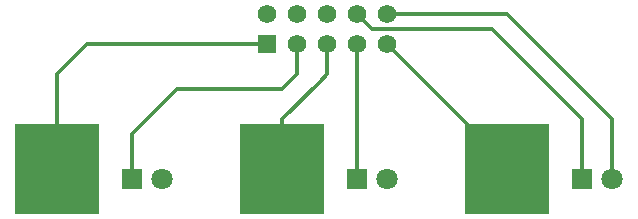
<source format=gbr>
G04 #@! TF.FileFunction,Copper,L2,Bot,Signal*
%FSLAX46Y46*%
G04 Gerber Fmt 4.6, Leading zero omitted, Abs format (unit mm)*
G04 Created by KiCad (PCBNEW 4.0.5) date 02/09/17 20:40:09*
%MOMM*%
%LPD*%
G01*
G04 APERTURE LIST*
%ADD10C,0.100000*%
%ADD11R,1.800000X1.800000*%
%ADD12C,1.800000*%
%ADD13R,7.112000X7.620000*%
%ADD14R,1.574800X1.574800*%
%ADD15C,1.574800*%
%ADD16C,0.304800*%
G04 APERTURE END LIST*
D10*
D11*
X120650000Y-97790000D03*
D12*
X123190000Y-97790000D03*
D11*
X139700000Y-97790000D03*
D12*
X142240000Y-97790000D03*
D11*
X158750000Y-97790000D03*
D12*
X161290000Y-97790000D03*
D13*
X114300000Y-96901000D03*
X133350000Y-96901000D03*
X152400000Y-96901000D03*
D14*
X132080000Y-86360000D03*
D15*
X132080000Y-83820000D03*
X134620000Y-86360000D03*
X134620000Y-83820000D03*
X137160000Y-86360000D03*
X137160000Y-83820000D03*
X139700000Y-86360000D03*
X139700000Y-83820000D03*
X142240000Y-86360000D03*
X142240000Y-83820000D03*
D16*
X120650000Y-97790000D02*
X120650000Y-93980000D01*
X134620000Y-88900000D02*
X134620000Y-86360000D01*
X133350000Y-90170000D02*
X134620000Y-88900000D01*
X124460000Y-90170000D02*
X133350000Y-90170000D01*
X120650000Y-93980000D02*
X124460000Y-90170000D01*
X139700000Y-97790000D02*
X139700000Y-86360000D01*
X158750000Y-97790000D02*
X158750000Y-92710000D01*
X140970000Y-85090000D02*
X139700000Y-83820000D01*
X151130000Y-85090000D02*
X140970000Y-85090000D01*
X158750000Y-92710000D02*
X151130000Y-85090000D01*
X161290000Y-97790000D02*
X161290000Y-92710000D01*
X152400000Y-83820000D02*
X142240000Y-83820000D01*
X161290000Y-92710000D02*
X152400000Y-83820000D01*
X114300000Y-96901000D02*
X114300000Y-88900000D01*
X114300000Y-88900000D02*
X116840000Y-86360000D01*
X116840000Y-86360000D02*
X132080000Y-86360000D01*
X133350000Y-96901000D02*
X133350000Y-92710000D01*
X137160000Y-88900000D02*
X137160000Y-86360000D01*
X136525000Y-89535000D02*
X137160000Y-88900000D01*
X133350000Y-92710000D02*
X136525000Y-89535000D01*
X152400000Y-96901000D02*
X152400000Y-96520000D01*
X152400000Y-96520000D02*
X142240000Y-86360000D01*
M02*

</source>
